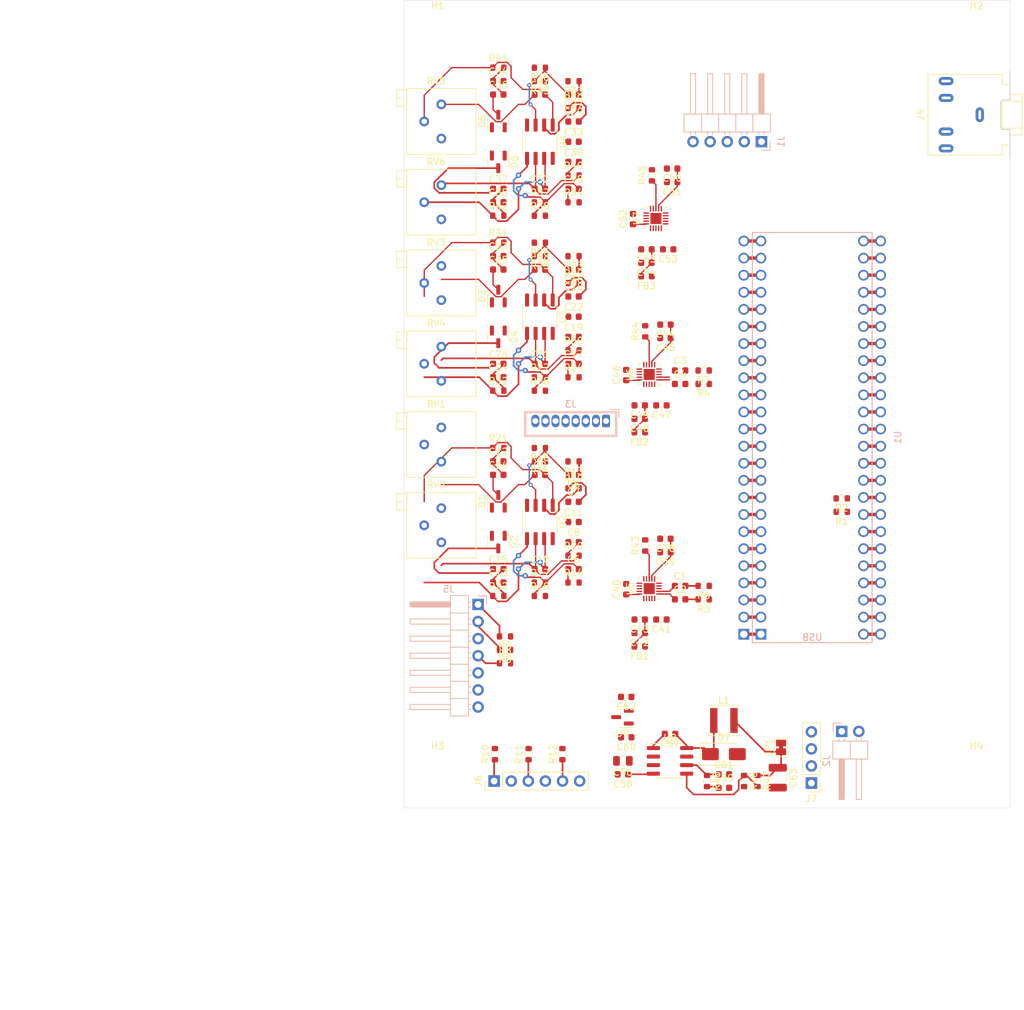
<source format=kicad_pcb>
(kicad_pcb (version 20221018) (generator pcbnew)
  (layers (0 "F.Cu" signal) (1 "In1.Cu" signal) (2 "In2.Cu" signal) (31 "B.Cu" signal) (34 "B.Paste" user) (35 "F.Paste" user) (36 "B.SilkS" user "B.Silkscreen") (37 "F.SilkS" user "F.Silkscreen") (38 "B.Mask" user) (39 "F.Mask" user) (44 "Edge.Cuts" user))
  (net 0 "")
  (net 1 "/pickuppair1/INPUT_1")
  (net 2 "Net-(U2A-+)")
  (net 3 "/pickuppair1/INPUT_2")
  (net 4 "Net-(U2B-+)")
  (net 5 "GND")
  (net 6 "Net-(C3-Pad2)")
  (net 7 "Net-(C4-Pad2)")
  (net 8 "Net-(U2A--)")
  (net 9 "Net-(U2B--)")
  (net 10 "+9V")
  (net 11 "Net-(C10-Pad2)")
  (net 12 "/codec1/LINE_IN_L")
  (net 13 "/codec1/LINE_IN_R")
  (net 14 "/pickuppair2/INPUT_1")
  (net 15 "Net-(U3A-+)")
  (net 16 "/pickuppair2/INPUT_2")
  (net 17 "Net-(U3B-+)")
  (net 18 "Net-(U3A--)")
  (net 19 "Net-(U3B--)")
  (net 20 "+3.3V")
  (net 21 "+1V8")
  (net 22 "Net-(U6-VAG)")
  (net 23 "Net-(U6-VDDA)")
  (net 24 "/codec1/LINE_OUT_R")
  (net 25 "/codec1/LINE_OUT_L")
  (net 26 "/codec2/LINE_OUT_R")
  (net 27 "/codec2/LINE_OUT_L")
  (net 28 "/codec3/LINE_OUT_R")
  (net 29 "/codec3/LINE_OUT_L")
  (net 30 "/codec2/LINE_IN_L")
  (net 31 "/codec2/LINE_IN_R")
  (net 32 "/pickuppair3/INPUT_1")
  (net 33 "Net-(U4A-+)")
  (net 34 "/pickuppair3/INPUT_2")
  (net 35 "Net-(U4B-+)")
  (net 36 "Net-(U4A--)")
  (net 37 "Net-(U4B--)")
  (net 38 "/codec3/LINE_IN_L")
  (net 39 "/codec3/LINE_IN_R")
  (net 45 "/codec1/HEADPHONES_R")
  (net 46 "/codec1/HEADPHONES_GND")
  (net 47 "/codec1/HEADPHONES_L")
  (net 49 "DAC_SDA")
  (net 50 "DAC_SCL")
  (net 51 "Net-(U6-SYS_MCLK)")
  (net 52 "DAC_MCLK")
  (net 53 "unconnected-(U1-GND-Pad1)")
  (net 54 "unconnected-(U1-0_RX1_CRX2_CS1-Pad2)")
  (net 55 "unconnected-(U1-2_OUT2-Pad4)")
  (net 56 "unconnected-(U1-3_LRCLK2-Pad5)")
  (net 57 "unconnected-(U1-4_BCLK2-Pad6)")
  (net 58 "unconnected-(U1-5_IN2-Pad7)")
  (net 59 "CODEC2_DIN")
  (net 60 "CODEC1_DOUT")
  (net 61 "CODEC1_DIN")
  (net 62 "CODEC3_DIN")
  (net 63 "unconnected-(U1-10_CS_MQSR-Pad12)")
  (net 64 "unconnected-(U1-11_MOSI_CTX1-Pad13)")
  (net 65 "unconnected-(U1-12_MISO_MQSL-Pad14)")
  (net 66 "unconnected-(U1-3V3-Pad15)")
  (net 67 "unconnected-(U1-24_A10_TX6_SCL2-Pad16)")
  (net 68 "unconnected-(U1-25_A11_RX6_SDA2-Pad17)")
  (net 69 "unconnected-(U1-26_A12_MOSI1-Pad18)")
  (net 70 "unconnected-(U1-27_A13_SCK1-Pad19)")
  (net 71 "unconnected-(U1-28_RX7-Pad20)")
  (net 72 "unconnected-(U1-29_TX7-Pad21)")
  (net 73 "unconnected-(U1-30_CRX3-Pad22)")
  (net 74 "unconnected-(U1-31_CTX3-Pad23)")
  (net 75 "CODEC2_DOUT")
  (net 76 "unconnected-(U1-33_MCLK2-Pad25)")
  (net 77 "unconnected-(U1-34_RX8-Pad26)")
  (net 78 "unconnected-(U1-35_TX8-Pad27)")
  (net 79 "unconnected-(U1-36_CS-Pad28)")
  (net 80 "unconnected-(U1-37_CS-Pad29)")
  (net 81 "unconnected-(U1-38_CS1_IN1-Pad30)")
  (net 82 "unconnected-(U1-39_MISO1_OUT1A-Pad31)")
  (net 83 "unconnected-(U1-40_A16-Pad32)")
  (net 84 "unconnected-(U1-41_A17-Pad33)")
  (net 85 "unconnected-(U1-GND-Pad34)")
  (net 86 "unconnected-(U1-13_SCK_LED-Pad35)")
  (net 87 "unconnected-(U1-14_A0_TX3_SPDIF_OUT-Pad36)")
  (net 88 "unconnected-(U1-15_A1_RX3_SPDIF_IN-Pad37)")
  (net 89 "unconnected-(U1-16_A2_RX4_SCL1-Pad38)")
  (net 90 "unconnected-(U1-17_A3_TX4_SDA1-Pad39)")
  (net 91 "DAC_LRCLK")
  (net 92 "DAC_BCLK")
  (net 93 "unconnected-(U1-22_A8_CTX1-Pad44)")
  (net 94 "unconnected-(U1-3V3-Pad46)")
  (net 95 "unconnected-(U1-GND-Pad47)")
  (net 96 "unconnected-(U1-VIN-Pad48)")
  (net 97 "/codec3/DAC_DOUT")
  (net 98 "Net-(D7-K)")
  (net 99 "+5V")
  (net 105 "/codec2/HEADPHONES_L")
  (net 106 "/codec2/HEADPHONES_GND")
  (net 107 "/codec2/HEADPHONES_R")
  (net 108 "/codec3/HEADPHONES_L")
  (net 109 "/codec3/HEADPHONES_GND")
  (net 110 "/codec3/HEADPHONES_R")
  (net 111 "Net-(U5-VAG)")
  (net 112 "Net-(U5-VDDA)")
  (net 113 "Net-(U7-VAG)")
  (net 114 "Net-(U7-VDDA)")
  (net 115 "Net-(U8-BOOT)")
  (net 116 "Net-(U8-SS)")
  (net 117 "Net-(U8-COMP)")
  (net 118 "Net-(JP1-A)")
  (net 119 "Net-(U5-SYS_MCLK)")
  (net 120 "Net-(U7-SYS_MCLK)")
  (net 121 "Net-(U8-VSENSE)")
  (net 123 "Net-(C1-Pad2)")
  (net 124 "Net-(C2-Pad2)")
  (net 125 "Net-(C7-Pad2)")
  (net 126 "Net-(C8-Pad2)")
  (net 127 "Net-(C9-Pad2)")
  (net 128 "Net-(C12-Pad1)")
  (net 129 "Net-(C13-Pad1)")
  (net 130 "Net-(C18-Pad2)")
  (net 131 "Net-(C19-Pad2)")
  (net 132 "Net-(C20-Pad2)")
  (net 133 "Net-(C21-Pad2)")
  (net 134 "Net-(C23-Pad1)")
  (net 135 "Net-(C24-Pad1)")
  (net 136 "Net-(C29-Pad2)")
  (net 137 "Net-(C30-Pad2)")
  (net 138 "Net-(C31-Pad2)")
  (net 139 "Net-(C32-Pad2)")
  (net 140 "Net-(C34-Pad1)")
  (net 141 "Net-(C35-Pad1)")
  (net 142 "Net-(C59-Pad1)")
  (net 143 "/MIDI_PIN_4")
  (net 144 "/MIDI_PIN_5")
  (net 147 "Net-(J6-Pin_1)")
  (net 148 "MAIN_OUTPUT")
  (net 149 "Net-(J6-Pin_3)")
  (net 150 "Net-(J6-Pin_5)")
  (net 151 "MIDI_OUT")
  (footprint "Resistor_SMD:R_0603_1608Metric" (layer "F.Cu") (at 114 83)
    (fp_text reference "R32")
    (fp_text value "1k")
  )
  (footprint "Capacitor_SMD:C_0603_1608Metric" (layer "F.Cu") (at 125.175 109.509999)
    (fp_text reference "C6")
    (fp_text value "0.1u")
  )
  (footprint "Resistor_SMD:R_0603_1608Metric" (layer "F.Cu") (at 118.5 137 90)
    (fp_text reference "R11")
    (fp_text value "100R")
  )
  (footprint "Jumper:SolderJumper-2_P1.3mm_Bridged_Pad1.0x1.5mm" (layer "F.Cu") (at 156 136 90)
    (fp_text reference "JP1")
    (fp_text value "Jumper_2_Bridged")
  )
  (footprint "Potentiometer_THT:Potentiometer_Bourns_3296P_Horizontal" (layer "F.Cu") (at 105.54 52.46)
    (fp_text reference "RV6")
    (fp_text value "10k")
  )
  (footprint "Connector_PinHeader_2.54mm:PinHeader_1x06_P2.54mm_Vertical" (layer "F.Cu") (at 113.38 141 90)
    (fp_text reference "J6")
    (fp_text value "OUTPUTS_234")
  )
  (footprint "Capacitor_SMD:C_0603_1608Metric" (layer "F.Cu") (at 139.225 62 180)
    (fp_text reference "C53")
    (fp_text value "0.15uF")
  )
  (footprint "Resistor_SMD:R_0603_1608Metric" (layer "F.Cu") (at 136.82 51 90)
    (fp_text reference "R45")
    (fp_text value "100")
  )
  (footprint "Capacitor_SMD:C_0805_2012Metric" (layer "F.Cu") (at 132.5 138 180)
    (fp_text reference "C56")
    (fp_text value "22uF")
  )
  (footprint "Resistor_SMD:R_0603_1608Metric" (layer "F.Cu") (at 114 57)
    (fp_text reference "R42")
    (fp_text value "1k")
  )
  (footprint "Capacitor_SMD:C_0603_1608Metric" (layer "F.Cu") (at 139.82 52 180)
    (fp_text reference "C51")
    (fp_text value "0.1uF")
  )
  (footprint "Inductor_SMD:L_0603_1608Metric" (layer "F.Cu") (at 136 66 180)
    (fp_text reference "FB3")
    (fp_text value "600")
  )
  (footprint "Resistor_SMD:R_0603_1608Metric" (layer "F.Cu") (at 120.175 93.509999 180)
    (fp_text reference "R15")
    (fp_text value "2M")
  )
  (footprint "Capacitor_SMD:C_0603_1608Metric" (layer "F.Cu") (at 114 111.5)
    (fp_text reference "C13")
    (fp_text value "1n")
  )
  (footprint "Resistor_SMD:R_0603_1608Metric" (layer "F.Cu") (at 115 121.51 180)
    (fp_text reference "R8")
    (fp_text value "47R")
  )
  (footprint "Capacitor_SMD:C_0603_1608Metric" (layer "F.Cu") (at 114 37)
    (fp_text reference "C34")
    (fp_text value "1n")
  )
  (footprint "Capacitor_SMD:C_0603_1608Metric" (layer "F.Cu") (at 114 109.499999)
    (fp_text reference "C15")
    (fp_text value "1u")
  )
  (footprint "Capacitor_SMD:C_0603_1608Metric" (layer "F.Cu") (at 141 80)
    (fp_text reference "C3")
    (fp_text value "1uF")
  )
  (footprint "Capacitor_SMD:C_0603_1608Metric" (layer "F.Cu") (at 120.175 109.509999)
    (fp_text reference "C10")
    (fp_text value "18p")
  )
  (footprint "Capacitor_SMD:C_0603_1608Metric" (layer "F.Cu") (at 125.175 49.009999)
    (fp_text reference "C30")
    (fp_text value "10u")
  )
  (footprint "Resistor_SMD:R_0603_1608Metric" (layer "F.Cu") (at 144.5 112 180)
    (fp_text reference "R6")
    (fp_text value "47k")
  )
  (footprint "Connector_PinHeader_2.54mm:PinHeader_1x04_P2.54mm_Vertical" (layer "F.Cu") (at 160.5 141.3 180)
    (fp_text reference "J7")
    (fp_text value "Battery_Power")
  )
  (footprint "Resistor_SMD:R_0603_1608Metric" (layer "F.Cu") (at 120.175 57.009999)
    (fp_text reference "R38")
    (fp_text value "2M")
  )
  (footprint "Capacitor_SMD:C_0603_1608Metric" (layer "F.Cu") (at 134 57.5 90)
    (fp_text reference "C52")
    (fp_text value "2.2uF")
  )
  (footprint "Capacitor_SMD:C_0603_1608Metric" (layer "F.Cu") (at 125.175 46.009999)
    (fp_text reference "C33")
    (fp_text value "100n")
  )
  (footprint "Resistor_SMD:R_0603_1608Metric" (layer "F.Cu") (at 114 113.5)
    (fp_text reference "R22")
    (fp_text value "1k")
  )
  (footprint "Capacitor_SMD:C_0603_1608Metric" (layer "F.Cu") (at 139.5 134 180)
    (fp_text reference "C57")
    (fp_text value "100nF")
  )
  (footprint "Capacitor_SMD:C_0603_1608Metric" (layer "F.Cu") (at 133 134.5 180)
    (fp_text reference "C60")
    (fp_text value "1u")
  )
  (footprint "Resistor_SMD:R_0603_1608Metric" (layer "F.Cu") (at 120.175 63.009999 180)
    (fp_text reference "R25")
    (fp_text value "2M")
  )
  (footprint "Capacitor_SMD:C_0603_1608Metric" (layer "F.Cu") (at 120.175 65.009998)
    (fp_text reference "C20")
    (fp_text value "18p")
  )
  (footprint "Resistor_SMD:R_0603_1608Metric" (layer "F.Cu") (at 113.5 137 90)
    (fp_text reference "R10")
    (fp_text value "100R")
  )
  (footprint "MountingHole:MountingHole_3.2mm_M3" (layer "F.Cu") (at 105 140)
    (fp_text reference "H3")
    (fp_text value "MountingHole")
  )
  (footprint "Capacitor_SMD:C_1210_3225Metric" (layer "F.Cu") (at 155.5 140.5 -90)
    (fp_text reference "C63")
    (fp_text value "47uF")
  )
  (footprint "Capacitor_SMD:C_0603_1608Metric" (layer "F.Cu") (at 135 85.18 180)
    (fp_text reference "C49")
    (fp_text value "0.1uF")
  )
  (footprint "Resistor_SMD:R_0603_1608Metric" (layer "F.Cu") (at 120.175 61.009999 180)
    (fp_text reference "R26")
    (fp_text value "2M")
  )
  (footprint "Resistor_SMD:R_0603_1608Metric" (layer "F.Cu") (at 120.175 111.509999)
    (fp_text reference "R17")
    (fp_text value "2M")
  )
  (footprint "Potentiometer_THT:Potentiometer_Bourns_3296P_Horizontal" (layer "F.Cu") (at 105.54 76.46)
    (fp_text reference "RV4")
    (fp_text value "10k")
  )
  (footprint "Capacitor_SMD:C_0603_1608Metric" (layer "F.Cu") (at 136 62 180)
    (fp_text reference "C55")
    (fp_text value "0.1uF")
  )
  (footprint "Package_DFN_QFN:QFN-20-1EP_3x3mm_P0.4mm_EP1.65x1.65mm" (layer "F.Cu") (at 136.41 112.41 90)
    (fp_text reference "U5")
    (fp_text value "SGTL5000XNLA3")
  )
  (footprint "Resistor_SMD:R_0603_1608Metric" (layer "F.Cu") (at 120.175 81.009999)
    (fp_text reference "R27")
    (fp_text value "2M")
  )
  (footprint "Resistor_SMD:R_0603_1608Metric" (layer "F.Cu") (at 114 91.5)
    (fp_text reference "R21")
    (fp_text value "1k")
  )
  (footprint "Package_SO:SOIC-8_3.9x4.9mm_P1.27mm" (layer "F.Cu") (at 120.175 46.009999 -90)
    (fp_text reference "U4")
    (fp_text value "TL072")
  )
  (footprint "Capacitor_SMD:C_0603_1608Metric" (layer "F.Cu") (at 125.175 79.009999)
    (fp_text reference "C17")
    (fp_text value "0.1u")
  )
  (footprint "MountingHole:MountingHole_3.2mm_M3" (layer "F.Cu") (at 105 30)
    (fp_text reference "H1")
    (fp_text value "MountingHole")
  )
  (footprint "Resistor_SMD:R_0603_1608Metric" (layer "F.Cu") (at 165 99 180)
    (fp_text reference "R2")
    (fp_text value "2.2k")
  )
  (footprint "Resistor_SMD:R_0603_1608Metric" (layer "F.Cu") (at 125.175 107.509999)
    (fp_text reference "R20")
    (fp_text value "10k")
  )
  (footprint "Package_SO:SOIC-8_3.9x4.9mm_P1.27mm" (layer "F.Cu") (at 120.175 72.009999 -90)
    (fp_text reference "U3")
    (fp_text value "TL072")
  )
  (footprint "Resistor_SMD:R_0603_1608Metric" (layer "F.Cu") (at 125.175 81.009999)
    (fp_text reference "R24")
    (fp_text value "1M")
  )
  (footprint "Capacitor_SMD:C_0603_1608Metric" (layer "F.Cu") (at 125.175 39.009999 180)
    (fp_text reference "C27")
    (fp_text value "0.1u")
  )
  (footprint "Capacitor_SMD:C_0603_1608Metric" (layer "F.Cu") (at 114 52.999999)
    (fp_text reference "C37")
    (fp_text value "1u")
  )
  (footprint "Capacitor_SMD:C_0603_1608Metric" (layer "F.Cu") (at 114 81)
    (fp_text reference "C24")
    (fp_text value "1n")
  )
  (footprint "Capacitor_SMD:C_0603_1608Metric" (layer "F.Cu") (at 133 128.5 180)
    (fp_text reference "C62")
    (fp_text value "1u")
  )
  (footprint "Resistor_SMD:R_0603_1608Metric" (layer "F.Cu") (at 145 141 -90)
    (fp_text reference "R46")
    (fp_text value "50k")
  )
  (footprint "Capacitor_SMD:C_0603_1608Metric" (layer "F.Cu") (at 125.175 105.509999)
    (fp_text reference "C8")
    (fp_text value "10u")
  )
  (footprint "Capacitor_SMD:C_0603_1608Metric" (layer "F.Cu") (at 147.5 142)
    (fp_text reference "C59")
    (fp_text value "1nF")
  )
  (footprint "Potentiometer_THT:Potentiometer_Bourns_3296P_Horizontal" (layer "F.Cu") (at 105.54 88.46)
    (fp_text reference "RV1")
    (fp_text value "10k")
  )
  (footprint "Capacitor_SMD:C_0603_1608Metric" (layer "F.Cu") (at 138.82 75.18 180)
    (fp_text reference "C45")
    (fp_text value "0.1uF")
  )
  (footprint "Resistor_SMD:R_0603_1608Metric" (layer "F.Cu") (at 123.52 137 90)
    (fp_text reference "R12")
    (fp_text value "100R")
  )
  (footprint "Package_TO_SOT_SMD:SOT-23" (layer "F.Cu") (at 132.4375 131.5 180)
    (fp_text reference "U9")
    (fp_text value "AP7313-18SAG")
  )
  (footprint "Potentiometer_THT:Potentiometer_Bourns_3296P_Horizontal" (layer "F.Cu") (at 105.54 64.46)
    (fp_text reference "RV3")
    (fp_text value "10k")
  )
  (footprint "Capacitor_SMD:C_0603_1608Metric" (layer "F.Cu") (at 125.175 95.509999 180)
    (fp_text reference "C5")
    (fp_text value "0.1u")
  )
  (footprint "Capacitor_SMD:C_0603_1608Metric" (layer "F.Cu") (at 114 55)
    (fp_text reference "C35")
    (fp_text value "1n")
  )
  (footprint "Capacitor_SMD:C_0603_1608Metric" (layer "F.Cu") (at 125.175 43.009999)
    (fp_text reference "C29")
    (fp_text value "10u")
  )
  (footprint "Capacitor_SMD:C_0603_1608Metric" (layer "F.Cu") (at 136 64 180)
    (fp_text reference "C54")
    (fp_text value "2.2uF")
  )
  (footprint "Package_TO_SOT_SMD:SOT-23" (layer "F.Cu") (at 114 105.499999 -90)
    (fp_text reference "D2")
    (fp_text value "BAT54S")
  )
  (footprint "Resistor_SMD:R_0603_1608Metric" (layer "F.Cu") (at 120.175 35.009999 180)
    (fp_text reference "R36")
    (fp_text value "2M")
  )
  (footprint "Resistor_SMD:R_0603_1608Metric" (layer "F.Cu") (at 120.175 83.009999)
    (fp_text reference "R28")
    (fp_text value "2M")
  )
  (footprint "Package_DFN_QFN:QFN-20-1EP_3x3mm_P0.4mm_EP1.65x1.65mm" (layer "F.Cu") (at 137.41 57.41 90)
    (fp_text reference "U7")
    (fp_text value "SGTL5000XNLA3")
  )
  (footprint "Capacitor_SMD:C_0603_1608Metric" (layer "F.Cu") (at 138.82 73.18 180)
    (fp_text reference "C44")
    (fp_text value "2.2uF")
  )
  (footprint "Potentiometer_THT:Potentiometer_Bourns_3296P_Horizontal" (layer "F.Cu") (at 105.54 100.46)
    (fp_text reference "RV2")
    (fp_text value "10k")
  )
  (footprint "Resistor_SMD:R_0603_1608Metric" (layer "F.Cu") (at 152.5 141 -90)
    (fp_text reference "R47")
    (fp_text value "10k")
  )
  (footprint "Capacitor_SMD:C_0603_1608Metric" (layer "F.Cu") (at 138.82 107 180)
    (fp_text reference "C39")
    (fp_text value "0.1uF")
  )
  (footprint "Capacitor_SMD:C_0603_1608Metric" (layer "F.Cu") (at 125.175 69.009999)
    (fp_text reference "C18")
    (fp_text value "10u")
  )
  (footprint "Resistor_SMD:R_0603_1608Metric" (layer "F.Cu") (at 135.82 106 90)
    (fp_text reference "R43")
    (fp_text value "100")
  )
  (footprint "Package_TO_SOT_SMD:SOT-23" (layer "F.Cu") (at 114 99.437499 90)
    (fp_text reference "D1")
    (fp_text value "BAT54S")
  )
  (footprint "Capacitor_SMD:C_0603_1608Metric" (layer "F.Cu") (at 114 95.499999)
    (fp_text reference "C14")
    (fp_text value "1u")
  )
  (footprint "Capacitor_SMD:C_0603_1608Metric" (layer "F.Cu") (at 125.175 65.009999 180)
    (fp_text reference "C16")
    (fp_text value "0.1u")
  )
  (footprint "Package_TO_SOT_SMD:SOT-23" (layer "F.Cu") (at 114 48.999999 -90)
    (fp_text reference "D6")
    (fp_text value "BAT54S")
  )
  (footprint "Resistor_SMD:R_0603_1608Metric" (layer "F.Cu") (at 125.175 37.009999 180)
    (fp_text reference "R33")
    (fp_text value "1M")
  )
  (footprint "Capacitor_SMD:C_0603_1608Metric" (layer "F.Cu") (at 138.225 85.18 180)
    (fp_text reference "C47")
    (fp_text value "0.15uF")
  )
  (footprint "Capacitor_SMD:C_0603_1608Metric" (layer "F.Cu") (at 135 119 180)
    (fp_text reference "C42")
    (fp_text value "2.2uF")
  )
  (footprint "Capacitor_SMD:C_0603_1608Metric" (layer "F.Cu") (at 114 63)
    (fp_text reference "C23")
    (fp_text value "1n")
  )
  (footprint "Resistor_SMD:R_0603_1608Metric" (layer "F.Cu") (at 120.175 113.509999)
    (fp_text reference "R18")
    (fp_text value "2M")
  )
  (footprint "Capacitor_SMD:C_0603_1608Metric" (layer "F.Cu") (at 125.175 72.009999)
    (fp_text reference "C22")
    (fp_text value "100n")
  )
  (footprint "Capacitor_SMD:C_0603_1608Metric" (layer "F.Cu") (at 114 64.999999)
    (fp_text reference "C25")
    (fp_text value "1u")
  )
  (footprint "Capacitor_SMD:C_0603_1608Metric" (layer "F.Cu") (at 139.82 50 180)
    (fp_text reference "C50")
    (fp_text value "2.2uF")
  )
  (footprint "Resistor_SMD:R_0603_1608Metric" (layer "F.Cu") (at 120.175 91.509999 180)
    (fp_text reference "R16")
    (fp_text value "2M")
  )
  (footprint "Resistor_SMD:R_0603_1608Metric" (layer "F.Cu") (at 135.82 74.18 90)
    (fp_text reference "R44")
    (fp_text value "100")
  )
  (footprint "Package_DFN_QFN:QFN-20-1EP_3x3mm_P0.4mm_EP1.65x1.65mm" (layer "F.Cu") (at 136.41 80.59 90)
    (fp_text reference "U6")
    (fp_text value "SGTL5000XNLA3")
  )
  (footprint "MountingHole:MountingHole_3.2mm_M3" (layer "F.Cu") (at 185 140)
    (fp_text reference "H4")
    (fp_text value "MountingHole")
  )
  (footprint "Capacitor_SMD:C_0603_1608Metric" (layer "F.Cu") (at 133 80.68 90)
    (fp_text reference "C46")
    (fp_text value "2.2uF")
  )
  (footprint "Capacitor_SMD:C_0603_1608Metric" (layer "F.Cu") (at 120.175 39.009998)
    (fp_text reference "C31")
    (fp_text value "18p")
  )
  (footprint "Inductor_SMD:L_0603_1608Metric" (layer "F.Cu") (at 135 121 180)
    (fp_text reference "FB1")
    (fp_text value "600")
  )
  (footprint "Package_SO:SOIC-8_3.9x4.9mm_P1.27mm" (layer "F.Cu") (at 120.175 102.509999 -90)
    (fp_text reference "U2")
    (fp_text value "TL072")
  )
  (footprint "Package_TO_SOT_SMD:SOT-23" (layer "F.Cu") (at 114 68.937499 90)
    (fp_text reference "D3")
    (fp_text value "BAT54S")
  )
  (footprint "Resistor_SMD:R_0603_1608Metric" (layer "F.Cu") (at 125.175 77.009999)
    (fp_text reference "R30")
    (fp_text value "10k")
  )
  (footprint "Package_SO:SOIC-8_3.9x4.9mm_P1.27mm" (layer "F.Cu") (at 139.5 138)
    (fp_text reference "U8")
    (fp_text value "TPS54331DR")
  )
  (footprint "Capacitor_SMD:C_0603_1608Metric" (layer "F.Cu") (at 133 112.5 90)
    (fp_text reference "C40")
    (fp_text value "2.2uF")
  )
  (footprint "Potentiometer_THT:Potentiometer_Bourns_3296P_Horizontal" (layer "F.Cu") (at 105.54 40.46)
    (fp_text reference "RV5")
    (fp_text value "10k")
  )
  (footprint "MountingHole:MountingHole_3.2mm_M3" (layer "F.Cu") (at 185 30)
    (fp_text reference "H2")
    (fp_text value "MountingHole")
  )
  (footprint "Package_TO_SOT_SMD:SOT-23" (layer "F.Cu") (at 114 42.937499 90)
    (fp_text reference "D5")
    (fp_text value "BAT54S")
  )
  (footprint "Capacitor_SMD:C_0603_1608Metric" (layer "F.Cu") (at 135 117 180)
    (fp_text reference "C43")
    (fp_text value "0.1uF")
  )
  (footprint "Capacitor_SMD:C_0603_1608Metric" (layer "F.Cu") (at 120.175 79.009999)
    (fp_text reference "C21")
    (fp_text value "18p")
  )
  (footprint "Resistor_SMD:R_0603_1608Metric" (layer "F.Cu") (at 120.175 37.009999 180)
    (fp_text reference "R35")
    (fp_text value "2M")
  )
  (footprint "Resistor_SMD:R_0603_1608Metric" (layer "F.Cu") (at 144.5 80 180)
    (fp_text reference "R7")
    (fp_text value "47k")
  )
  (footprint "Resistor_SMD:R_0603_1608Metric" (layer "F.Cu") (at 115 119.51 180)
    (fp_text reference "R5")
    (fp_text value "47R")
  )
  (footprint "Resistor_SMD:R_0603_1608Metric" (layer "F.Cu") (at 115 123.5)
    (fp_text reference "R9")
    (fp_text value "100R")
  )
  (footprint "Resistor_SMD:R_0603_1608Metric" (layer "F.Cu") (at 125.175 55.009999)
    (fp_text reference "R34")
    (fp_text value "1M")
  )
  (footprint "Capacitor_SMD:C_0603_1608Metric" (layer "F.Cu") (at 141 82)
    (fp_text reference "C4")
    (fp_text value "1uF")
  )
  (footprint "Capacitor_SMD:C_0603_1608Metric" (layer "F.Cu") (at 125.175 53.009999)
    (fp_text reference "C28")
    (fp_text value "0.1u")
  )
  (footprint "Resistor_SMD:R_0603_1608Metric" (layer "F.Cu") (at 144.5 114 180)
    (fp_text reference "R3")
    (fp_text value "47k")
  )
  (footprint "Package_TO_SOT_SMD:SOT-23" (layer "F.Cu") (at 114 74.999999 -90)
    (fp_text reference "D4")
    (fp_text value "BAT54S")
  )
  (footprint "Resistor_SMD:R_0603_1608Metric" (layer "F.Cu") (at 120.175 55.009999)
    (fp_text reference "R37")
    (fp_text value "2M")
  )
  (footprint "Capacitor_SMD:C_0603_1608Metric" (layer "F.Cu") (at 120.175 95.509998)
    (fp_text reference "C9")
    (fp_text value "18p")
  )
  (footprint "Capacitor_SMD:C_0603_1608Metric" (layer "F.Cu") (at 114 93.5)
    (fp_text reference "C12")
    (fp_text value "1n")
  )
  (footprint "Resistor_SMD:R_0603_1608Metric" (layer "F.Cu") (at 125.175 111.509999)
    (fp_text reference "R14")
    (fp_text value "1M")
  )
  (footprint "Resistor_SMD:R_0603_1608Metric" (layer "F.Cu") (at 125.175 97.509999)
    (fp_text reference "R19")
    (fp_text value "10k")
  )
  (footprint "Inductor_SMD:L_0603_1608Metric" (layer "F.Cu") (at 135 89.18 180)
    (fp_text reference "FB2")
    (fp_text value "600")
  )
  (footprint "Resistor_SMD:R_0603_1608Metric" (layer "F.Cu") (at 125.175 63.009999 180)
    (fp_text reference "R23")
    (fp_text value "1M")
  )
  (footprint "Resistor_SMD:R_0603_1608Metric" (layer "F.Cu") (at 144.5 82 180)
    (fp_text reference "R4")
    (fp_text value "47k")
  )
  (footprint "Capacitor_SMD:C_0603_1608Metric" (layer "F.Cu") (at 147.5 140)
    (fp_text reference "C61")
    (fp_text value "10pF")
  )
  (footprint "Capacitor_SMD:C_0603_1608Metric" (layer "F.Cu") (at 114 78.999999)
    (fp_text reference "C26")
    (fp_text value "1u")
  )
  (footprint "Resistor_SMD:R_0603_1608Metric" (layer "F.Cu") (at 125.175 67.009999)
    (fp_text reference "R29")
    (fp_text value "10k")
  )
  (footprint "Capacitor_SMD:C_0603_1608Metric" (layer "F.Cu") (at 125.175 75.009999)
    (fp_text reference "C19")
    (fp_text value "10u")
  )
  (footprint "Capacitor_SMD:C_0603_1608Metric" (layer "F.Cu") (at 141 114)
    (fp_text reference "C2")
    (fp_text value "1uF")
  )
  (footprint "Resistor_SMD:R_0603_1608Metric" (layer "F.Cu") (at 114 61)
    (fp_text reference "R31")
    (fp_text value "1k")
  )
  (footprint "Capacitor_SMD:C_0603_1608Metric" (layer "F.Cu") (at 132.5 140 180)
    (fp_text reference "C58")
    (fp_text value "10nF")
  )
  (footprint "Resistor_SMD:R_0603_1608Metric" (layer "F.Cu") (at 125.175 51.009999)
    (fp_text reference "R40")
    (fp_text value "10k")
  )
  (footprint "Connector_Audio:Jack_3.5mm_CUI_SJ1-3525N_Horizontal" (layer "F.Cu") (at 185.5 42 90)
    (fp_text reference "J4")
    (fp_text value "AudioJack3_SwitchTR")
    (fp_line (start -2.2 3.5) (end -2.2 4.5) (stroke (width 0.12)) (layer "Edge.Cuts"))
    (fp_line (start -2.2 4.5) (end -6.5 4.5) (stroke (width 0.12)) (layer "Edge.Cuts"))
    (fp_line (start 1.8 3.1) (end -1.8 3.1) (stroke (width 0.12)) (layer "Edge.Cuts"))
    (fp_line (start 2.2 3.5) (end 2.2 4.5) (stroke (width 0.12)) (layer "Edge.Cuts"))
    (fp_line (start 2.2 4.5) (end 6.5 4.5) (stroke (width 0.12)) (layer "Edge.Cuts"))
    (fp_arc (start -2.2 3.5) (mid -2.082842 3.217158) (end -1.8 3.1) (stroke (width 0.12)) (layer "Edge.Cuts"))
    (fp_arc (start 1.8 3.1) (mid 2.082843 3.217157) (end 2.2 3.5) (stroke (width 0.12)) (layer "Edge.Cuts"))
  )
  (footprint "Capacitor_SMD:C_0603_1608Metric" (layer "F.Cu") (at 138.225 117 180)
    (fp_text reference "C41")
    (fp_text value "0.15uF")
  )
  (footprint "Resistor_SMD:R_0603_1608Metric" (layer "F.Cu") (at 125.175 93.509999 180)
    (fp_text reference "R13")
    (fp_text value "1M")
  )
  (footprint "Resistor_SMD:R_0603_1608Metric" (layer "F.Cu") (at 165 101 180)
    (fp_text reference "R1")
    (fp_text value "2.2k")
  )
  (footprint "Capacitor_SMD:C_0603_1608Metric" (layer "F.Cu") (at 120.175 53.009999)
    (fp_text reference "C32")
    (fp_text value "18p")
  )
  (footprint "Capacitor_SMD:C_0603_1608Metric" (layer "F.Cu") (at 138.82 105 180)
    (fp_text reference "C38")
    (fp_text value "2.2uF")
  )
  (footprint "Capacitor_SMD:C_0603_1608Metric" (layer "F.Cu") (at 135 87.18 180)
    (fp_text reference "C48")
    (fp_text value "2.2uF")
  )
  (footprint "Capacitor_SMD:C_0603_1608Metric" (layer "F.Cu") (at 125.175 99.509999)
    (fp_text reference "C7")
    (fp_text value "10u")
  )
  (footprint "Resistor_SMD:R_0603_1608Metric" (layer "F.Cu") (at 150.5 141 -90)
    (fp_text reference "R48")
    (fp_text value "1.8k")
  )
  (footprint "Diode_SMD:D_SMA" (layer "F.Cu") (at 147.5 137)
    (fp_text reference "D7")
    (fp_text value "B340A")
  )
  (footprint "Capacitor_SMD:C_0603_1608Metric" (layer "F.Cu") (at 114 38.999999)
    (fp_text reference "C36")
    (fp_text value "1u")
  )
  (footprint "Resistor_SMD:R_0603_1608Metric" (layer "F.Cu") (at 114 35)
    (fp_text reference "R41")
    (fp_text value "1k")
  )
  (footprint "Capacitor_SMD:C_0603_1608Metric" (layer "F.Cu") (at 125.175 102.509999)
    (fp_text reference "C11")
    (fp_text value "100n")
  )
  (footprint "Capacitor_SMD:C_0603_1608Metric" (layer "F.Cu") (at 141 112)
    (fp_text reference "C1")
    (fp_text value "1uF")
  )
  (footprint "Resistor_SMD:R_0603_1608Metric" (layer "F.Cu") (at 125.175 41.009999)
    (fp_text reference "R39")
    (fp_text value "10k")
  )
  (footprint "Inductor_SMD:L_Changjiang_FNR4020S" (layer "F.Cu") (at 147.5 132)
    (fp_text reference "L1")
    (fp_text value "6.8uH")
  )
  (footprint "Connector_PinHeader_2.54mm:PinHeader_1x07_P2.54mm_Horizontal" (layer "B.Cu") (at 111 114.76 180)
    (fp_text reference "J5")
    (fp_text value "External_connections")
  )
  (footprint "Connector_Wuerth:Wuerth_WR-WTB_64800811622_1x08_P1.50mm_Vertical" (layer "B.Cu") (at 130 87.5 180)
    (fp_text reference "J3")
    (fp_text value "Conn_01x08_Socket")
  )
  (footprint "Connector_PinHeader_2.54mm:PinHeader_1x02_P2.54mm_Horizontal" (layer "B.Cu") (at 165 133.625 -90)
    (fp_text reference "J2")
    (fp_text value "BRIDGE_GROUND")
  )
  (footprint "bjarkarbody:Teensy41_breakout" (layer "B.Cu") (at 160.62 89.97 90)
    (fp_text reference "U1")
    (fp_text value "Teensy4.1")
  )
  (footprint "Connector_PinHeader_2.54mm:PinHeader_1x05_P2.54mm_Horizontal" (layer "B.Cu") (at 153.08 46 90)
    (fp_text reference "J1")
    (fp_text value "FRETBOARD_CONNECTION")
  )
  (gr_line (start 190 25) (end 190 35.5) (stroke (width 0.05)) (layer "Edge.Cuts"))
  (gr_line (start 100 145) (end 100 25) (stroke (width 0.05)) (layer "Edge.Cuts"))
  (gr_line (start 190 48.5) (end 190 145) (stroke (width 0.05)) (layer "Edge.Cuts"))
  (gr_line (start 190 145) (end 100 145) (stroke (width 0.05)) (layer "Edge.Cuts"))
  (gr_line (start 100 25) (end 190 25) (stroke (width 0.05)) (layer "Edge.Cuts"))
  (segment (start 126 95.459999) (end 125.95 95.509999) (width 0.25) (layer "F.Cu") (net 1))
  (segment (start 126 93.509999) (end 126 95.459999) (width 0.25) (layer "F.Cu") (net 1))
  (segment (start 121 91.859999) (end 119.35 93.509999) (width 0.2) (layer "F.Cu") (net 2))
  (segment (start 121 91.509999) (end 121 91.859999) (width 0.2) (layer "F.Cu") (net 2))
  (segment (start 121 91.509999) (end 121 92.109999) (width 0.2) (layer "F.Cu") (net 2))
  (segment (start 119.54 100.034999) (end 119.54 97.74) (width 0.2) (layer "F.Cu") (net 2))
  (segment (start 118.759999 94.1) (end 119.35 93.509999) (width 0.2) (layer "F.Cu") (net 2))
  (segment (start 121 92.109999) (end 124.4 95.509999) (width 0.2) (layer "F.Cu") (net 2))
  (segment (start 119.54 97.74) (end 118.8 97) (width 0.2) (layer "F.Cu") (net 2))
  (segment (start 118.6 94.1) (end 118.759999 94.1) (width 0.2) (layer "F.Cu") (net 2))
  (via (at 118.8 97) (size 0.6) (drill 0.3) (layers "F.Cu" "B.Cu") (net 2))
  (via (at 118.6 94.1) (size 0.6) (drill 0.3) (layers "F.Cu" "B.Cu") (net 2))
  (segment (start 118.8 97) (end 118.6 96.8) (width 0.2) (layer "B.Cu") (net 2))
  (segment (start 118.6 96.8) (end 118.6 94.1) (width 0.2) (layer "B.Cu") (net 2))
  (segment (start 124.35 109.559999) (end 124.4 109.509999) (width 0.2) (layer "F.Cu") (net 3))
  (segment (start 124.35 111.509999) (end 124.35 109.559999) (width 0.2) (layer "F.Cu") (net 3))
  (segment (start 119.35 113.159999) (end 121 111.509999) (width 0.25) (layer "F.Cu") (net 4))
  (segment (start 118.27 106.23) (end 117 107.5) (width 0.25) (layer "F.Cu") (net 4))
  (segment (start 125.175 108.734999) (end 125.95 109.509999) (width 0.2) (layer "F.Cu") (net 4))
  (segment (start 118 110.5) (end 118.209999 110.709999) (width 0.25) (layer "F.Cu") (net 4))
  (segment (start 123.775 108.734999) (end 125.175 108.734999) (width 0.2) (layer "F.Cu") (net 4))
  (segment (start 120.225 110.734999) (end 121 111.509999) (width 0.2) (layer "F.Cu") (net 4))
  (segment (start 118.209999 110.709999) (end 119.407538 110.709999) (width 0.25) (layer "F.Cu") (net 4))
  (segment (start 118.27 104.984999) (end 118.27 106.23) (width 0.25) (layer "F.Cu") (net 4))
  (segment (start 121 111.509999) (end 123.775 108.734999) (width 0.2) (layer "F.Cu") (net 4))
  (segment (start 119.407538 110.734999) (end 120.225 110.734999) (width 0.2) (layer "F.Cu") (net 4))
  (segment (start 119.35 113.509999) (end 119.35 113.159999) (width 0.25) (layer "F.Cu") (net 4))
  (via (at 117 107.5) (size 0.8) (drill 0.4) (layers "F.Cu" "B.Cu") (net 4))
  (via (at 118 110.5) (size 0.8) (drill 0.4) (layers "F.Cu" "B.Cu") (net 4))
  (segment (start 117 107.5) (end 116.275 108.225) (width 0.25) (layer "B.Cu") (net 4))
  (segment (start 116.275 108.225) (end 116.275 109.800305) (width 0.25) (layer "B.Cu") (net 4))
  (segment (start 116.974695 110.5) (end 118 110.5) (width 0.25) (layer "B.Cu") (net 4))
  (segment (start 116.275 109.800305) (end 116.974695 110.5) (width 0.25) (layer "B.Cu") (net 4))
  (segment (start 123 100.76175) (end 123 99.657182) (width 0.25) (layer "F.Cu") (net 8))
  (segment (start 125.009999 98.5) (end 126 97.509999) (width 0.25) (layer "F.Cu") (net 8))
  (segment (start 114.413604 99.537499) (end 116.991103 96.96) (width 0.2) (layer "F.Cu") (net 8))
  (segment (start 113.663604 99.537499) (end 114.413604 99.537499) (width 0.2) (layer "F.Cu") (net 8))
  (segment (start 105.54 96.96) (end 111.086105 96.96) (width 0.2) (layer "F.Cu") (net 8))
  (segment (start 116.991103 96.96) (end 117.949998 96.96) (width 0.2) (layer "F.Cu") (net 8))
  (segment (start 122.426751 101.334999) (end 123 100.76175) (width 0.25) (layer "F.Cu") (net 8))
  (segment (start 117.949998 96.96) (end 119.4 95.509998) (width 0.2) (layer "F.Cu") (net 8))
  (segment (start 123 99.657182) (end 124.157182 98.5) (width 0.25) (layer "F.Cu") (net 8))
  (segment (start 111.086105 96.96) (end 113.663604 99.537499) (width 0.2) (layer "F.Cu") (net 8))
  (segment (start 120.81 100.034999) (end 120.81 100.41175) (width 0.25) (layer "F.Cu") (net 8))
  (segment (start 120.81 100.41175) (end 121.733249 101.334999) (width 0.25) (layer "F.Cu") (net 8))
  (segment (start 121.733249 101.334999) (end 122.426751 101.334999) (width 0.25) (layer "F.Cu") (net 8))
  (segment (start 124.157182 98.5) (end 125.009999 98.5) (width 0.25) (layer "F.Cu") (net 8))
  (segment (start 123.392462 108.284999) (end 121.392462 110.284999) (width 0.2) (layer "F.Cu") (net 9))
  (segment (start 126 107.509999) (end 125.225 108.284999) (width 0.2) (layer "F.Cu") (net 9))
  (segment (start 119.4 109.509999) (end 119.54 109.369999) (width 0.2) (layer "F.Cu") (net 9))
  (segment (start 105.800001 108.699999) (end 118.59 108.699999) (width 0.25) (layer "F.Cu") (net 9))
  (segment (start 121.392462 110.284999) (end 120.175 110.284999) (width 0.2) (layer "F.Cu") (net 9))
  (segment (start 118.59 108.699999) (end 119.4 109.509999) (width 0.25) (layer "F.Cu") (net 9))
  (segment (start 119.54 109.369999) (end 119.54 104.984999) (width 0.2) (layer "F.Cu") (net 9))
  (segment (start 105.54 108.96) (end 105.800001 108.699999) (width 0.25) (layer "F.Cu") (net 9))
  (segment (start 120.175 110.284999) (end 119.4 109.509999) (width 0.2) (layer "F.Cu") (net 9))
  (segment (start 125.225 108.284999) (end 123.392462 108.284999) (width 0.2) (layer "F.Cu") (net 9))
  (segment (start 120.95 105.124999) (end 120.81 104.984999) (width 0.2) (layer "F.Cu") (net 11))
  (segment (start 120.2395 108.5) (end 120.2395 108.799499) (width 0.25) (layer "F.Cu") (net 11))
  (segment (start 111.175 111.5) (end 103 111.5) (width 0.25) (layer "F.Cu") (net 11))
  (segment (start 120.2395 108.799499) (end 120.95 109.509999) (width 0.25) (layer "F.Cu") (net 11))
  (segment (start 113.175 113.5) (end 113.984999 114.309999) (width 0.25) (layer "F.Cu") (net 11))
  (segment (start 120.95 109.509999) (end 120.95 105.124999) (width 0.2) (layer "F.Cu") (net 11))
  (segment (start 117 112.542462) (end 117 109.5) (width 0.25) (layer "F.Cu") (net 11))
  (segment (start 115.232463 114.309999) (end 117 112.542462) (width 0.25) (layer "F.Cu") (net 11))
  (segment (start 113.984999 114.309999) (end 115.232463 114.309999) (width 0.25) (layer "F.Cu") (net 11))
  (segment (start 113.175 113.5) (end 111.175 111.5) (width 0.25) (layer "F.Cu") (net 11))
  (via (at 117 109.5) (size 0.8) (drill 0.4) (layers "F.Cu" "B.Cu") (net 11))
  (via (at 120.2395 108.5) (size 0.8) (drill 0.4) (layers "F.Cu" "B.Cu") (net 11))
  (segment (start 118 108.5) (end 120.2395 108.5) (width 0.25) (layer "B.Cu") (net 11))
  (segment (start 117 109.5) (end 118 108.5) (width 0.25) (layer "B.Cu") (net 11))
  (segment (start 113.225 97.724999) (end 114 98.499999) (width 0.2) (layer "F.Cu") (net 12))
  (segment (start 113.225 95.499999) (end 113.225 97.724999) (width 0.2) (layer "F.Cu") (net 12))
  (segment (start 105.202146 110.1) (end 112.624999 110.1) (width 0.25) (layer "F.Cu") (net 13))
  (segment (start 104.495 108.527146) (end 104.495 109.392854) (width 0.25) (layer "F.Cu") (net 13))
  (segment (start 104.495 109.392854) (end 105.202146 110.1) (width 0.25) (layer "F.Cu") (net 13))
  (segment (start 106.584647 106.437499) (end 104.495 108.527146) (width 0.25) (layer "F.Cu") (net 13))
  (segment (start 114 106.437499) (end 106.584647 106.437499) (width 0.25) (layer "F.Cu") (net 13))
  (segment (start 112.624999 110.1) (end 113.225 109.499999) (width 0.25) (layer "F.Cu") (net 13))
  (segment (start 126 64.959999) (end 125.95 65.009999) (width 0.25) (layer "F.Cu") (net 14))
  (segment (start 126 63.009999) (end 126 64.959999) (width 0.25) (layer "F.Cu") (net 14))
  (segment (start 121 61.359999) (end 119.35 63.009999) (width 0.2) (layer "F.Cu") (net 15))
  (segment (start 121 61.009999) (end 121 61.609999) (width 0.2) (layer "F.Cu") (net 15))
  (segment (start 119.54 67.24) (end 118.8 66.5) (width 0.2) (layer "F.Cu") (net 15))
  (segment (start 119.54 69.534999) (end 119.54 67.24) (width 0.2) (layer "F.Cu") (net 15))
  (segment (start 121 61.009999) (end 121 61.359999) (width 0.2) (layer "F.Cu") (net 15))
  (segment (start 118.759999 63.6) (end 119.35 63.009999) (width 0.2) (layer "F.Cu") (net 15))
  (segment (start 121 61.609999) (end 124.4 65.009999) (width 0.2) (layer "F.Cu") (net 15))
  (segment (start 118.6 63.6) (end 118.759999 63.6) (width 0.2) (layer "F.Cu") (net 15))
  (via (at 118.8 66.5) (size 0.6) (drill 0.3) (layers "F.Cu" "B.Cu") (net 15))
  (via (at 118.6 63.6) (size 0.6) (drill 0.3) (layers "F.Cu" "B.Cu") (net 15))
  (segment (start 118.8 66.5) (end 118.6 66.3) (width 0.2) (layer "B.Cu") (net 15))
  (segment (start 118.6 66.3) (end 118.6 63.6) (width 0.2) (layer "B.Cu") (net 15))
  (segment (start 124.35 79.059999) (end 124.4 79.009999) (width 0.2) (layer "F.Cu") (net 16))
  (segment (start 124.35 81.009999) (end 124.35 79.059999) (width 0.2) (layer "F.Cu") (net 16))
  (segment (start 120.225 80.234999) (end 121 81.009999) (width 0.2) (layer "F.Cu") (net 17))
  (segment (start 119.35 83.009999) (end 119.35 82.659999) (width 0.25) (layer "F.Cu") (net 17))
  (segment (start 119.407538 80.234999) (end 120.225 80.234999) (width 0.2) (layer "F.Cu") (net 17))
  (segment (start 118.27 75.73) (end 117 77) (width 0.25) (layer "F.Cu") (net 17))
  (segment (start 123.775 78.234999) (end 125.175 78.234999) (width 0.2) (layer "F.Cu") (net 17))
  (segment (start 125.175 78.234999) (end 125.95 79.009999) (width 0.2) (layer "F.Cu") (net 17))
  (segment (start 118.209999 80.209999) (end 119.407538 80.209999) (width 0.25) (layer "F.Cu") (net 17))
  (segment (start 119.35 82.659999) (end 121 81.009999) (width 0.25) (layer "F.Cu") (net 17))
  (segment (start 121 81.009999) (end 123.775 78.234999) (width 0.2) (layer "F.Cu") (net 17))
  (segment (start 118 80) (end 118.209999 80.209999) (width 0.25) (layer "F.Cu") (net 17))
  (segment (start 118.27 74.484999) (end 118.27 75.73) (width 0.25) (layer "F.Cu") (net 17))
  (via (at 117 77) (size 0.8) (drill 0.4) (layers "F.Cu" "B.Cu") (net 17))
  (via (at 118 80) (size 0.8) (drill 0.4) (layers "F.Cu" "B.Cu") (net 17))
  (segment (start 117 77) (end 116.275 77.725) (width 0.25) (layer "B.Cu") (net 17))
  (segment (start 116.275 79.300305) (end 116.974695 80) (width 0.25) (layer "B.Cu") (net 17))
  (segment (start 116.974695 80) (end 118 80) (width 0.25) (layer "B.Cu") (net 17))
  (segment (start 116.275 77.725) (end 116.275 79.300305) (width 0.25) (layer "B.Cu") (net 17))
  (segment (start 120.81 69.91175) (end 121.733249 70.834999) (width 0.25) (layer "F.Cu") (net 18))
  (segment (start 125.009999 68) (end 126 67.009999) (width 0.25) (layer "F.Cu") (net 18))
  (segment (start 123 70.26175) (end 123 69.157182) (width 0.25) (layer "F.Cu") (net 18))
  (segment (start 111.086105 66.46) (end 113.663604 69.037499) (width 0.2) (layer "F.Cu") (net 18))
  (segment (start 105.54 66.46) (end 111.086105 66.46) (width 0.2) (layer "F.Cu") (net 18))
  (segment (start 121.733249 70.834999) (end 122.426751 70.834999) (width 0.25) (layer "F.Cu") (net 18))
  (segment (start 114.413604 69.037499) (end 116.991103 66.46) (width 0.2) (layer "F.Cu") (net 18))
  (segment (start 117.949998 66.46) (end 119.4 65.009998) (width 0.2) (layer "F.Cu") (net 18))
  (segment (start 123 69.157182) (end 124.157182 68) (width 0.25) (layer "F.Cu") (net 18))
  (segment (start 120.81 69.534999) (end 120.81 69.91175) (width 0.25) (layer "F.Cu") (net 18))
  (segment (start 122.426751 70.834999) (end 123 70.26175) (width 0.25) (layer "F.Cu") (net 18))
  (segment (start 113.663604 69.037499) (end 114.413604 69.037499) (width 0.2) (layer "F.Cu") (net 18))
  (segment (start 116.991103 66.46) (end 117.949998 66.46) (width 0.2) (layer "F.Cu") (net 18))
  (segment (start 124.157182 68) (end 125.009999 68) (width 0.25) (layer "F.Cu") (net 18))
  (segment (start 105.800001 78.199999) (end 118.59 78.199999) (width 0.25) (layer "F.Cu") (net 19))
  (segment (start 121.392462 79.784999) (end 120.175 79.784999) (width 0.2) (layer "F.Cu") (net 19))
  (segment (start 120.175 79.784999) (end 119.4 79.009999) (width 0.2) (layer "F.Cu") (net 19))
  (segment (start 105.54 78.46) (end 105.800001 78.199999) (width 0.25) (layer "F.Cu") (net 19))
  (segment (start 123.392462 77.784999) (end 121.392462 79.784999) (width 0.2) (layer "F.Cu") (net 19))
  (segment (start 126 77.009999) (end 125.225 77.784999) (width 0.2) (layer "F.Cu") (net 19))
  (segment (start 119.4 79.009999) (end 119.54 78.869999) (width 0.2) (layer "F.Cu") (net 19))
  (segment (start 118.59 78.199999) (end 119.4 79.009999) (width 0.25) (layer "F.Cu") (net 19))
  (segment (start 119.54 78.869999) (end 119.54 74.484999) (width 0.2) (layer "F.Cu") (net 19))
  (segment (start 125.225 77.784999) (end 123.392462 77.784999) (width 0.2) (layer "F.Cu") (net 19))
  (segment (start 139.595 107.655025) (end 139.595 107) (width 0.2) (layer "F.Cu") (net 20))
  (segment (start 140.595 52) (end 140.595 50) (width 0.2) (layer "F.Cu") (net 20))
  (segment (start 139.595 75.18) (end 139.595 73.18) (width 0.2) (layer "F.Cu") (net 20))
  (segment (start 136.81 110.440025) (end 139.595 107.655025) (width 0.2) (layer "F.Cu") (net 20))
  (segment (start 136.81 79.14) (end 136.81 78.620025) (width 0.2) (layer "F.Cu") (net 20))
  (segment (start 140.595 52.655025) (end 140.595 52) (width 0.2) (layer "F.Cu") (net 20))
  (segment (start 139.595 75.835025) (end 139.595 75.18) (width 0.2) (layer "F.Cu") (net 20))
  (segment (start 137.81 55.440025) (end 140.595 52.655025) (width 0.2) (layer "F.Cu") (net 20))
  (segment (start 139.595 107) (end 139.595 105) (width 0.2) (layer "F.Cu") (net 20))
  (segment (start 136.81 78.620025) (end 139.595 75.835025) (width 0.2) (layer "F.Cu") (net 20))
  (segment (start 136.81 110.96) (end 136.81 110.440025) (width 0.2) (layer "F.Cu") (net 20))
  (segment (start 137.81 55.96) (end 137.81 55.440025) (width 0.2) (layer "F.Cu") (net 20))
  (segment (start 135.895 58.275) (end 135.96 58.21) (width 0.2) (layer "F.Cu") (net 21))
  (segment (start 134.895 81.455) (end 134.96 81.39) (width 0.2) (layer "F.Cu") (net 21))
  (segment (start 133 113.275) (end 134.895 113.275) (width 0.2) (layer "F.Cu") (net 21))
  (segment (start 133 81.455) (end 134.895 81.455) (width 0.2) (layer "F.Cu") (net 21))
  (segment (start 134 58.275) (end 135.895 58.275) (width 0.2) (layer "F.Cu") (net 21))
  (segment (start 134.895 113.275) (end 134.96 113.21) (width 0.2) (layer "F.Cu") (net 21))
  (segment (start 134.2125 89.18) (end 134.2125 88.7425) (width 0.2) (layer "F.Cu") (net 23))
  (segment (start 134.2125 88.7425) (end 135.775 87.18) (width 0.2) (layer "F.Cu") (net 23))
  (segment (start 135.775 87.18) (end 135.775 85.18) (width 0.2) (layer "F.Cu") (net 23))
  (segment (start 139.435 113.21) (end 140.225 114) (width 0.2) (layer "F.Cu") (net 24))
  (segment (start 137.86 113.21) (end 139.435 113.21) (width 0.2) (layer "F.Cu") (net 24))
  (segment (start 137.86 112.81) (end 139.415 112.81) (width 0.2) (layer "F.Cu") (net 25))
  (segment (start 139.415 112.81) (end 140.225 112) (width 0.2) (layer "F.Cu") (net 25))
  (segment (start 137.86 81.39) (end 139.435 81.39) (width 0.2) (layer "F.Cu") (net 26))
  (segment (start 137.86 80.99) (end 139.415 80.99) (width 0.2) (layer "F.Cu") (net 27))
  (segment (start 113.225 64.999999) (end 113.225 67.224999) (width 0.2) (layer "F.Cu") (net 30))
  (segment (start 113.225 67.224999) (end 114 67.999999) (width 0.2) (layer "F.Cu") (net 30))
  (segment (start 112.624999 79.6) (end 113.225 78.999999) (width 0.25) (layer "F.Cu") (net 31))
  (segment (start 105.202146 79.6) (end 112.624999 79.6) (width 0.25) (layer "F.Cu") (net 31))
  (segment (start 104.495 78.892854) (end 105.202146 79.6) (width 0.25) (layer "F.Cu") (net 31))
  (segment (start 106.584647 75.937499) (end 104.495 78.027146) (width 0.25) (layer "F.Cu") (net 31))
  (segment (start 104.495 78.027146) (end 104.495 78.892854) (width 0.25) (layer "F.Cu") (net 31))
  (segment (start 114 75.937499) (end 106.584647 75.937499) (width 0.25) (layer "F.Cu") (net 31))
  (segment (start 126 38.959999) (end 125.95 39.009999) (width 0.25) (layer "F.Cu") (net 32))
  (segment (start 126 37.009999) (end 126 38.959999) (width 0.25) (layer "F.Cu") (net 32))
  (segment (start 118.6 37.6) (end 118.759999 37.6) (width 0.2) (layer "F.Cu") (net 33))
  (segment (start 121 35.609999) (end 124.4 39.009999) (width 0.2) (layer "F.Cu") (net 33))
  (segment (start 119.54 41.24) (end 118.8 40.5) (width 0.2) (layer "F.Cu") (net 33))
  (segment (start 118.759999 37.6) (end 119.35 37.009999) (width 0.2) (layer "F.Cu") (net 33))
  (segment (start 121 35.009999) (end 121 35.609999) (width 0.2) (layer "F.Cu") (net 33))
  (segment (start 121 35.359999) (end 119.35 37.009999) (width 0.2) (layer "F.Cu") (net 33))
  (segment (start 121 35.009999) (end 121 35.359999) (width 0.2) (layer "F.Cu") (net 33))
  (segment (start 119.54 43.534999) (end 119.54 41.24) (width 0.2) (layer "F.Cu") (net 33))
  (via (at 118.6 37.6) (size 0.6) (drill 0.3) (layers "F.Cu" "B.Cu") (net 33))
  (via (at 118.8 40.5) (size 0.6) (drill 0.3) (layers "F.Cu" "B.Cu") (net 33))
  (segment (start 118.8 40.5) (end 118.6 40.3) (width 0.2) (layer "B.Cu") (net 33))
  (segment (start 118.6 40.3) (end 118.6 37.6) (width 0.2) (layer "B.Cu") (net 33))
  (segment (start 124.35 53.059999) (end 124.4 53.009999) (width 0.2) (layer "F.Cu") (net 34))
  (segment (start 124.35 55.009999) (end 124.35 53.059999) (width 0.2) (layer "F.Cu") (net 34))
  (segment (start 118 54) (end 118.209999 54.209999) (width 0.25) (layer "F.Cu") (net 35))
  (segment (start 120.225 54.234999) (end 121 55.009999) (width 0.2) (layer "F.Cu") (net 35))
  (segment (start 118.209999 54.209999) (end 119.407538 54.209999) (width 0.25) (layer "F.Cu") (net 35))
  (segment (start 119.407538 54.234999) (end 120.225 54.234999) (width 0.2) (layer "F.Cu") (net 35))
  (segment (start 123.775 52.234999) (end 125.175 52.234999) (width 0.2) (layer "F.Cu") (net 35))
  (segment (start 118.27 49.73) (end 117 51) (width 0.25) (layer "F.Cu") (net 35))
  (segment (start 119.35 56.659999) (end 121 55.009999) (width 0.25) (layer "F.Cu") (net 35))
  (segment (start 119.35 57.009999) (end 119.35 56.659999) (width 0.25) (layer "F.Cu") (net 35))
  (segment (start 121 55.009999) (end 123.775 52.234999) (width 0.2) (layer "F.Cu") (net 35))
  (segment (start 118.27 48.484999) (end 118.27 49.73) (width 0.25) (layer "F.Cu") (net 35))
  (segment (start 125.175 52.234999) (end 125.95 53.009999) (width 0.2) (layer "F.Cu") (net 35))
  (via (at 117 51) (size 0.8) (drill 0.4) (layers "F.Cu" "B.Cu") (net 35))
  (via (at 118 54) (size 0.8) (drill 0.4) (layers "F.Cu" "B.Cu") (net 35))
  (segment (start 116.275 51.725) (end 116.275 53.300305) (width 0.25) (layer "B.Cu") (net 35))
  (segment (start 117 51) (end 116.275 51.725) (width 0.25) (layer "B.Cu") (net 35))
  (segment (start 116.275 53.300305) (end 116.974695 54) (width 0.25) (layer "B.Cu") (net 35))
  (segment (start 116.974695 54) (end 118 54) (width 0.25) (layer "B.Cu") (net 35))
  (segment (start 121.733249 44.834999) (end 122.426751 44.834999) (width 0.25) (layer "F.Cu") (net 36))
  (segment (start 117.949998 40.46) (end 119.4 39.009998) (width 0.2) (layer "F.Cu") (net 36))
  (segment (start 113.663604 43.037499) (end 114.413604 43.037499) (width 0.2) (layer "F.Cu") (net 36))
  (segment (start 120.81 43.91175) (end 121.733249 44.834999) (width 0.25) (layer "F.Cu") (net 36))
  (segment (start 114.413604 43.037499) (end 116.991103 40.46) (width 0.2) (layer "F.Cu") (net 36))
  (segment (start 122.426751 44.834999) (end 123 44.26175) (width 0.25) (layer "F.Cu") (net 36))
  (segment (start 124.157182 42) (end 125.009999 42) (width 0.25) (layer "F.Cu") (net 36))
  (segment (start 111.086105 40.46) (end 113.663604 43.037499) (width 0.2) (layer "F.Cu") (net 36))
  (segment (start 120.81 43.534999) (end 120.81 43.91175) (width 0.25) (layer "F.Cu") (net 36))
  (segment (start 116.991103 40.46) (end 117.949998 40.46) (width 0.2) (layer "F.Cu") (net 36))
  (segment (start 123 43.157182) (end 124.157182 42) (width 0.25) (layer "F.Cu") (net 36))
  (segment (start 125.009999 42) (end 126 41.009999) (width 0.25) (layer "F.Cu") (net 36))
  (segment (start 105.54 40.46) (end 111.086105 40.46) (width 0.2) (layer "F.Cu") (net 36))
  (segment (start 123 44.26175) (end 123 43.157182) (width 0.25) (layer "F.Cu") (net 36))
  (segment (start 105.800001 52.199999) (end 118.59 52.199999) (width 0.25) (layer "F.Cu") (net 37))
  (segment (start 121.392462 53.784999) (end 120.175 53.784999) (width 0.2) (layer "F.Cu") (net 37))
  (segment (start 125.225 51.784999) (end 123.392462 51.784999) (width 0.2) (layer "F.Cu") (net 37))
  (segment (start 119.4 53.009999) (end 119.54 52.869999) (width 0.2) (layer "F.Cu") (net 37))
  (segment (start 118.59 52.199999) (end 119.4 53.009999) (width 0.25) (layer "F.Cu") (net 37))
  (segment (start 123.392462 51.784999) (end 121.392462 53.784999) (width 0.2) (layer "F.Cu") (net 37))
  (segment (start 119.54 52.869999) (end 119.54 48.484999) (width 0.2) (layer "F.Cu") (net 37))
  (segment (start 105.54 52.46) (end 105.800001 52.199999) (width 0.25) (layer "F.Cu") (net 37))
  (segment (start 120.175 53.784999) (end 119.4 53.009999) (width 0.2) (layer "F.Cu") (net 37))
  (segment (start 126 51.009999) (end 125.225 51.784999) (width 0.2) (layer "F.Cu") (net 37))
  (segment (start 113.225 41.224999) (end 114 41.999999) (width 0.2) (layer "F.Cu") (net 38))
  (segment (start 113.225 38.999999) (end 113.225 41.224999) (width 0.2) (layer "F.Cu") (net 38))
  (segment (start 105.202146 53.6) (end 112.624999 53.6) (width 0.25) (layer "F.Cu") (net 39))
  (segment (start 112.624999 53.6) (end 113.225 52.999999) (width 0.25) (layer "F.Cu") (net 39))
  (segment (start 104.495 52.027146) (end 104.495 52.892854) (width 0.25) (layer "F.Cu") (net 39))
  (segment (start 106.584647 49.937499) (end 104.495 52.027146) (width 0.25) (layer "F.Cu") (net 39))
  (segment (start 114 49.937499) (end 106.584647 49.937499) (width 0.25) (layer "F.Cu") (net 39))
  (segment (start 104.495 52.892854) (end 105.202146 53.6) (width 0.25) (layer "F.Cu") (net 39))
  (segment (start 168.24 98.86) (end 170.78 98.86) (width 0.5) (layer "F.Cu") (net 49))
  (segment (start 168.24 101.4) (end 170.78 101.4) (width 0.5) (layer "F.Cu") (net 50))
  (segment (start 135.82 75.005) (end 136.41 75.595) (width 0.2) (layer "F.Cu") (net 51))
  (segment (start 136.41 75.595) (end 136.41 79.14) (width 0.2) (layer "F.Cu") (net 51))
  (segment (start 168.24 111.56) (end 170.78 111.56) (width 0.5) (layer "F.Cu") (net 52))
  (segment (start 150.46 119.18) (end 153 119.18) (width 0.5) (layer "F.Cu") (net 53))
  (segment (start 153 116.64) (end 150.46 116.64) (width 0.5) (layer "F.Cu") (net 54))
  (segment (start 153 111.56) (end 150.46 111.56) (width 0.5) (layer "F.Cu") (net 55))
  (segment (start 150.46 109.02) (end 153 109.02) (width 0.5) (layer "F.Cu") (net 56))
  (segment (start 153 106.48) (end 150.46 106.48) (width 0.5) (layer "F.Cu") (net 57))
  (segment (start 150.46 103.94) (end 153 103.94) (width 0.5) (layer "F.Cu") (net 58))
  (segment (start 153 101.4) (end 150.46 101.4) (width 0.5) (layer "F.Cu") (net 59))
  (segment (start 153 98.86) (end 150.46 98.86) (width 0.5) (layer "F.Cu") (net 60))
  (segment (start 150.46 96.32) (end 153 96.32) (width 0.5) (layer "F.Cu") (net 61))
  (segment (start 153 93.78) (end 150.46 93.78) (width 0.5) (layer "F.Cu") (net 62))
  (segment (start 150.46 91.24) (end 153 91.24) (width 0.5) (layer "F.Cu") (net 63))
  (segment (start 153 88.7) (end 150.46 88.7) (width 0.5) (layer "F.Cu") (net 64))
  (segment (start 150.46 86.16) (end 153 86.16) (width 0.5) (layer "F.Cu") (net 65))
  (segment (start 153 83.62) (end 150.46 83.62) (width 0.5) (layer "F.Cu") (net 66))
  (segment (start 150.46 81.08) (end 153 81.08) (width 0.5) (layer "F.Cu") (net 67))
  (segment (start 150.46 78.54) (end 153 78.54) (width 0.5) (layer "F.Cu") (net 68))
  (segment (start 150.46 76) (end 153 76) (width 0.5) (layer "F.Cu") (net 69))
  (segment (start 150.46 73.46) (end 153 73.46) (width 0.5) (layer "F.Cu") (net 70))
  (segment (start 150.46 70.92) (end 153 70.92) (width 0.5) (layer "F.Cu") (net 71))
  (segment (start 150.46 68.38) (end 153 68.38) (width 0.5) (layer "F.Cu") (net 72))
  (segment (start 150.46 65.84) (end 153 65.84) (width 0.5) (layer "F.Cu") (net 73))
  (segment (start 150.46 63.3) (end 153 63.3) (width 0.5) (layer "F.Cu") (net 74))
  (segment (start 150.46 60.76) (end 153 60.76) (width 0.5) (layer "F.Cu") (net 75))
  (segment (start 170.78 60.76) (end 168.24 60.76) (width 0.5) (layer "F.Cu") (net 76))
  (segment (start 168.24 63.3) (end 170.78 63.3) (width 0.5) (layer "F.Cu") (net 77))
  (segment (start 168.24 65.84) (end 170.78 65.84) (width 0.5) (layer "F.Cu") (net 78))
  (segment (start 170.78 68.38) (end 168.24 68.38) (width 0.5) (layer "F.Cu") (net 79))
  (segment (start 168.24 70.92) (end 170.78 70.92) (width 0.5) (layer "F.Cu") (net 80))
  (segment (start 170.78 73.46) (end 168.24 73.46) (width 0.5) (layer "F.Cu") (net 81))
  (segment (start 168.24 76) (end 170.78 76) (width 0.5) (layer "F.Cu") (net 82))
  (segment (start 170.78 78.54) (end 168.24 78.54) (width 0.5) (layer "F.Cu") (net 83))
  (segment (start 168.24 81.08) (end 170.78 81.08) (width 0.5) (layer "F.Cu") (net 84))
  (segment (start 168.24 83.62) (end 170.78 83.62) (width 0.5) (layer "F.Cu") (net 85))
  (segment (start 170.78 86.16) (end 168.24 86.16) (width 0.5) (layer "F.Cu") (net 86))
  (segment (start 168.24 88.7) (end 170.78 88.7) (width 0.5) (layer "F.Cu") (net 87))
  (segment (start 170.78 91.24) (end 168.24 91.24) (width 0.5) (layer "F.Cu") (net 88))
  (segment (start 168.24 93.78) (end 170.78 93.78) (width 0.5) (layer "F.Cu") (net 89))
  (segment (start 170.78 96.32) (end 168.24 96.32) (width 0.5) (layer "F.Cu") (net 90))
  (segment (start 170.78 103.94) (end 168.24 103.94) (width 0.5) (layer "F.Cu") (net 91))
  (segment (start 168.24 106.48) (end 170.78 106.48) (width 0.5) (layer "F.Cu") (net 92))
  (segment (start 170.78 109.02) (end 168.24 109.02) (width 0.5) (layer "F.Cu") (net 93))
  (segment (start 170.78 114.1) (end 168.24 114.1) (width 0.5) (layer "F.Cu") (net 94))
  (segment (start 168.24 116.64) (end 170.78 116.64) (width 0.5) (layer "F.Cu") (net 95))
  (segment (start 170.78 119.18) (end 168.24 119.18) (width 0.5) (layer "F.Cu") (net 96))
  (segment (start 146 136.5) (end 146 132) (width 0.25) (layer "F.Cu") (net 98))
  (segment (start 145.5 137) (end 146 136.5) (width 0.25) (layer "F.Cu") (net 98))
  (segment (start 141.975 135.7) (end 141.975 136.095) (width 0.25) (layer "F.Cu") (net 98))
  (segment (start 140.275 134) (end 141.975 135.7) (width 0.25) (layer "F.Cu") (net 98))
  (segment (start 141.975 136.095) (end 144.595 136.095) (width 0.25) (layer "F.Cu") (net 98))
  (segment (start 144.595 136.095) (end 145.5 137) (width 0.25) (layer "F.Cu") (net 98))
  (segment (start 134.2125 120.5625) (end 135.775 119) (width 0.2) (layer "F.Cu") (net 112))
  (segment (start 134.2125 121) (end 134.2125 120.5625) (width 0.2) (layer "F.Cu") (net 112))
  (segment (start 135.775 119) (end 135.775 117) (width 0.2) (layer "F.Cu") (net 112))
  (segment (start 136.775 64) (end 136.775 62) (width 0.2) (layer "F.Cu") (net 114))
  (segment (start 135.2125 66) (end 135.2125 65.5625) (width 0.2) (layer "F.Cu") (net 114))
  (segment (start 135.2125 65.5625) (end 136.775 64) (width 0.2) (layer "F.Cu") (net 114))
  (segment (start 137.025 136.095) (end 137.025 135.7) (width 0.25) (layer "F.Cu") (net 115))
  (segment (start 137.025 135.7) (end 138.725 134) (width 0.25) (layer "F.Cu") (net 115))
  (segment (start 133.275 140) (end 136.93 140) (width 0.25) (layer "F.Cu") (net 116))
  (segment (start 136.93 140) (end 137.025 139.905) (width 0.25) (layer "F.Cu") (net 116))
  (segment (start 145.175 140) (end 145 140.175) (width 0.25) (layer "F.Cu") (net 117))
  (segment (start 145 140.175) (end 143.46 138.635) (width 0.25) (layer "F.Cu") (net 117))
  (segment (start 143.46 138.635) (end 141.975 138.635) (width 0.25) (layer "F.Cu") (net 117))
  (segment (start 146.725 140) (end 145.175 140) (width 0.25) (layer "F.Cu") (net 117))
  (segment (start 154.35 140.175) (end 155.5 139.025) (width 0.25) (layer "F.Cu") (net 118))
  (segment (start 155.5 139.025) (end 156 138.525) (width 0.25) (layer "F.Cu") (net 118))
  (segment (start 153.65 136.65) (end 156 136.65) (width 0.25) (layer "F.Cu") (net 118))
  (segment (start 152.5 140.175) (end 154.35 140.175) (width 0.25) (layer "F.Cu") (net 118))
  (segment (start 149 132) (end 153.65 136.65) (width 0.25) (layer "F.Cu") (net 118))
  (segment (start 156 138.525) (end 156 136.65) (width 0.25) (layer "F.Cu") (net 118))
  (segment (start 136.41 107.415) (end 136.41 110.96) (width 0.2) (layer "F.Cu") (net 119))
  (segment (start 135.82 106.825) (end 136.41 107.415) (width 0.2) (layer "F.Cu") (net 119))
  (segment (start 137.41 52.415) (end 137.41 55.96) (width 0.2) (layer "F.Cu") (net 120))
  (segment (start 136.82 51.825) (end 137.41 52.415) (width 0.2) (layer "F.Cu") (net 120))
  (segment (start 149.7 140.975) (end 150.5 140.175) (width 0.25) (layer "F.Cu") (net 121))
  (segment (start 150.5 140.175) (end 150.85 140.175) (width 0.25) (layer "F.Cu") (net 121))
  (segment (start 141.975 141.975) (end 143 143) (width 0.25) (layer "F.Cu") (net 121))
  (segment (start 148.942462 143) (end 149.7 142.242462) (width 0.25) (layer "F.Cu") (net 121))
  (segment (start 149.7 142.242462) (end 149.7 140.975) (width 0.25) (layer "F.Cu") (net 121))
  (segment (start 150.85 140.175) (end 152.5 141.825) (width 0.25) (layer "F.Cu") (net 121))
  (segment (start 141.975 139.905) (end 141.975 141.975) (width 0.25) (layer "F.Cu") (net 121))
  (segment (start 143 143) (end 148.942462 143) (width 0.25) (layer "F.Cu") (net 121))
  (segment (start 141.775 112) (end 143.675 112) (width 0.25) (layer "F.Cu") (net 123))
  (segment (start 141.775 114) (end 143.675 114) (width 0.25) (layer "F.Cu") (net 124))
  (segment (start 126.417462 96.709999) (end 127 97.292537) (width 0.25) (layer "F.Cu") (net 125))
  (segment (start 124.35 97.509999) (end 125.15 96.709999) (width 0.25) (layer "F.Cu") (net 125))
  (segment (start 125.15 96.709999) (end 126.417462 96.709999) (width 0.25) (layer "F.Cu") (net 125))
  (segment (start 127 98.459999) (end 125.95 99.509999) (width 0.25) (layer "F.Cu") (net 125))
  (segment (start 127 97.292537) (end 127 98.459999) (width 0.25) (layer "F.Cu") (net 125))
  (segment (start 124.35 107.109999) (end 125.95 105.509999) (width 0.2) (layer "F.Cu") (net 126))
  (segment (start 124.35 107.509999) (end 124.35 107.109999) (width 0.2) (layer "F.Cu") (net 126))
  (segment (start 120.175 94.734998) (end 117.634998 94.734998) (width 0.2) (layer "F.Cu") (net 127))
  (segment (start 113.175 91.5) (end 113.95 90.725) (width 0.2) (layer "F.Cu") (net 127))
  (segment (start 120.95 95.509998) (end 122.08 96.639998) (width 0.2) (layer "F.Cu") (net 127))
  (segment (start 103 95.6) (end 107.1 91.5) (width 0.2) (layer "F.Cu") (net 127))
  (segment (start 115.9 91.3) (end 115.9 93) (width 0.2) (layer "F.Cu") (net 127))
  (segment (start 122.08 96.639998) (end 122.08 100.034999) (width 0.2) (layer "F.Cu") (net 127))
  (segment (start 107.1 91.5) (end 113.175 91.5) (width 0.2) (layer "F.Cu") (net 127))
  (segment (start 103 99.5) (end 103 95.6) (width 0.2) (layer "F.Cu") (net 127))
  (segment (start 117.634998 94.734998) (end 115.9 93) (width 0.2) (layer "F.Cu") (net 127))
  (segment (start 113.95 90.725) (end 115.325 90.725) (width 0.2) (layer "F.Cu") (net 127))
  (segment (start 120.95 95.509998) (end 120.175 94.734998) (width 0.2) (layer "F.Cu") (net 127))
  (segment (start 115.325 90.725) (end 115.9 91.3) (width 0.2) (layer "F.Cu") (net 127))
  (segment (start 113.225 93.5) (end 113.225 93.1) (width 0.2) (layer "F.Cu") (net 128))
  (segment (start 113.225 93.949999) (end 114.775 95.499999) (width 0.2) (layer "F.Cu") (net 128))
  (segment (start 113.225 93.5) (end 113.225 93.949999) (width 0.2) (layer "F.Cu") (net 128))
  (segment (start 113.225 93.1) (end 114.825 91.5) (width 0.2) (layer "F.Cu") (net 128))
  (segment (start 114.825 113.5) (end 114.825 113.1) (width 0.25) (layer "F.Cu") (net 129))
  (segment (start 113.225 111.049999) (end 114.775 109.499999) (width 0.25) (layer "F.Cu") (net 129))
  (segment (start 113.225 111.5) (end 113.225 111.049999) (width 0.25) (layer "F.Cu") (net 129))
  (segment (start 114.825 113.1) (end 113.225 111.5) (width 0.25) (layer "F.Cu") (net 129))
  (segment (start 127 66.792537) (end 127 67.959999) (width 0.25) (layer "F.Cu") (net 130))
  (segment (start 125.15 66.209999) (end 126.417462 66.209999) (width 0.25) (layer "F.Cu") (net 130))
  (segment (start 127 67.959999) (end 125.95 69.009999) (width 0.25) (layer "F.Cu") (net 130))
  (segment (start 126.417462 66.209999) (end 127 66.792537) (width 0.25) (layer "F.Cu") (net 130))
  (segment (start 124.35 67.009999) (end 125.15 66.209999) (width 0.25) (layer "F.Cu") (net 130))
  (segment (start 124.35 77.009999) (end 124.35 76.609999) (width 0.2) (layer "F.Cu") (net 131))
  (segment (start 124.35 76.609999) (end 125.95 75.009999) (width 0.2) (layer "F.Cu") (net 131))
  (segment (start 113.95 60.225) (end 115.325 60.225) (width 0.2) (layer "F.Cu") (net 132))
  (segment (start 107.1 61) (end 113.175 61) (width 0.2) (layer "F.Cu") (net 132))
  (segment (start 115.325 60.225) (end 115.9 60.8) (width 0.2) (layer "F.Cu") (net 132))
  (segment (start 122.08 66.139998) (end 122.08 69.534999) (width 0.2) (layer "F.Cu") (net 132))
  (segment (start 120.95 65.009998) (end 120.175 64.234998) (width 0.2) (layer "F.Cu") (net 132))
  (segment (start 117.634998 64.234998) (end 115.9 62.5) (width 0.2) (layer "F.Cu") (net 132))
  (segment (start 115.9 60.8) (end 115.9 62.5) (width 0.2) (layer "F.Cu") (net 132))
  (segment (start 103 69) (end 103 65.1) (width 0.2) (layer "F.Cu") (net 132))
  (segment (start 120.175 64.234998) (end 117.634998 64.234998) (width 0.2) (layer "F.Cu") (net 132))
  (segment (start 113.175 61) (end 113.95 60.225) (width 0.2) (layer "F.Cu") (net 132))
  (segment (start 103 65.1) (end 107.1 61) (width 0.2) (layer "F.Cu") (net 132))
  (segment (start 120.95 65.009998) (end 122.08 66.139998) (width 0.2) (layer "F.Cu") (net 132))
  (segment (start 120.2395 78) (end 120.2395 78.299499) (width 0.25) (layer "F.Cu") (net 133))
  (segment (start 117 82.042462) (end 117 79) (width 0.25) (layer "F.Cu") (net 133))
  (segment (start 111.175 81) (end 103 81) (width 0.25) (layer "F.Cu") (net 133))
  (segment (start 120.2395 78.299499) (end 120.95 79.009999) (width 0.25) (layer "F.Cu") (net 133))
  (segment (start 115.232463 83.809999) (end 117 82.042462) (width 0.25) (layer "F.Cu") (net 133))
  (segment (start 113.175 83) (end 111.175 81) (width 0.25) (layer "F.Cu") (net 133))
  (segment (start 120.95 79.009999) (end 120.95 74.624999) (width 0.2) (layer "F.Cu") (net 133))
  (segment (start 120.95 74.624999) (end 120.81 74.484999) (width 0.2) (layer "F.Cu") (net 133))
  (segment (start 113.175 83) (end 113.984999 83.809999) (width 0.25) (layer "F.Cu") (net 133))
  (segment (start 113.984999 83.809999) (end 115.232463 83.809999) (width 0.25) (layer "F.Cu") (net 133))
  (via (at 117 79) (size 0.8) (drill 0.4) (layers "F.Cu" "B.Cu") (net 133))
  (via (at 120.2395 78) (size 0.8) (drill 0.4) (layers "F.Cu" "B.Cu") (net 133))
  (segment (start 118 78) (end 120.2395 78) (width 0.25) (layer "B.Cu") (net 133))
  (segment (start 117 79) (end 118 78) (width 0.25) (layer "B.Cu") (net 133))
  (segment (start 113.225 63) (end 113.225 63.449999) (width 0.2) (layer "F.Cu") (net 134))
  (segment (start 113.225 62.6) (end 114.825 61) (width 0.2) (layer "F.Cu") (net 134))
  (segment (start 113.225 63) (end 113.225 62.6) (width 0.2) (layer "F.Cu") (net 134))
  (segment (start 113.225 63.449999) (end 114.775 64.999999) (width 0.2) (layer "F.Cu") (net 134))
  (segment (start 114.825 82.6) (end 113.225 81) (width 0.25) (layer "F.Cu") (net 135))
  (segment (start 113.225 81) (end 113.225 80.549999) (width 0.25) (layer "F.Cu") (net 135))
  (segment (start 113.225 80.549999) (end 114.775 78.999999) (width 0.25) (layer "F.Cu") (net 135))
  (segment (start 114.825 83) (end 114.825 82.6) (width 0.25) (layer "F.Cu") (net 135))
  (segment (start 124.35 41.009999) (end 125.15 40.209999) (width 0.25) (layer "F.Cu") (net 136))
  (segment (start 125.15 40.209999) (end 126.417462 40.209999) (width 0.25) (layer "F.Cu") (net 136))
  (segment (start 127 41.959999) (end 125.95 43.009999) (width 0.25) (layer "F.Cu") (net 136))
  (segment (start 127 40.792537) (end 127 41.959999) (width 0.25) (layer "F.Cu") (net 136))
  (segment (start 126.417462 40.209999) (end 127 40.792537) (width 0.25) (layer "F.Cu") (net 136))
  (segment (start 124.35 51.009999) (end 124.35 50.609999) (width 0.2) (layer "F.Cu") (net 137))
  (segment (start 124.35 50.609999) (end 125.95 49.009999) (width 0.2) (layer "F.Cu") (net 137))
  (segment (start 115.9 34.8) (end 115.9 36.5) (width 0.2) (layer "F.Cu") (net 138))
  (segment (start 103 39.1) (end 107.1 35) (width 0.2) (layer "F.Cu") (net 138))
  (segment (start 117.634998 38.234998) (end 115.9 36.5) (width 0.2) (layer "F.Cu") (net 138))
  (segment (start 120.95 39.009998) (end 122.08 40.139998) (width 0.2) (layer "F.Cu") (net 138))
  (segment (start 107.1 35) (end 113.175 35) (width 0.2) (layer "F.Cu") (net 138))
  (segment (start 122.08 40.139998) (end 122.08 43.534999) (width 0.2) (layer "F.Cu") (net 138))
  (segment (start 113.175 35) (end 113.95 34.225) (width 0.2) (layer "F.Cu") (net 138))
  (segment (start 113.95 34.225) (end 115.325 34.225) (width 0.2) (layer "F.Cu") (net 138))
  (segment (start 115.325 34.225) (end 115.9 34.8) (width 0.2) (layer "F.Cu") (net 138))
  (segment (start 120.95 39.009998) (end 120.175 38.234998) (width 0.2) (layer "F.Cu") (net 138))
  (segment (start 120.175 38.234998) (end 117.634998 38.234998) (width 0.2) (layer "F.Cu") (net 138))
  (segment (start 103 43) (end 103 39.1) (width 0.2) (layer "F.Cu") (net 138))
  (segment (start 120.95 48.624999) (end 120.81 48.484999) (width 0.2) (layer "F.Cu") (net 139))
  (segment (start 115.232463 57.809999) (end 117 56.042462) (width 0.25) (layer "F.Cu") (net 139))
  (segment (start 111.175 55) (end 103 55) (width 0.25) (layer "F.Cu") (net 139))
  (segment (start 120.95 53.009999) (end 120.95 48.624999) (width 0.2) (layer "F.Cu") (net 139))
  (segment (start 113.175 57) (end 113.984999 57.809999) (width 0.25) (layer "F.Cu") (net 139))
  (segment (start 113.984999 57.809999) (end 115.232463 57.809999) (width 0.25) (layer "F.Cu") (net 139))
  (segment (start 120.2395 52) (end 120.2395 52.299499) (width 0.25) (layer "F.Cu") (net 139))
  (segment (start 117 56.042462) (end 117 53) (width 0.25) (layer "F.Cu") (net 139))
  (segment (start 120.2395 52.299499) (end 120.95 53.009999) (width 0.25) (layer "F.Cu") (net 139))
  (segment (start 113.175 57) (end 111.175 55) (width 0.25) (layer "F.Cu") (net 139))
  (via (at 117 53) (size 0.8) (drill 0.4) (layers "F.Cu" "B.Cu") (net 139))
  (via (at 120.2395 52) (size 0.8) (drill 0.4) (layers "F.Cu" "B.Cu") (net 139))
  (segment (start 117 53) (end 118 52) (width 0.25) (layer "B.Cu") (net 139))
  (segment (start 118 52) (end 120.2395 52) (width 0.25) (layer "B.Cu") (net 139))
  (segment (start 113.225 37) (end 113.225 36.6) (width 0.2) (layer "F.Cu") (net 140))
  (segment (start 113.225 37) (end 113.225 37.449999) (width 0.2) (layer "F.Cu") (net 140))
  (segment (start 113.225 37.449999) (end 114.775 38.999999) (width 0.2) (layer "F.Cu") (net 140))
  (segment (start 113.225 36.6) (end 114.825 35) (width 0.2) (layer "F.Cu") (net 140))
  (segment (start 114.825 56.6) (end 113.225 55) (width 0.25) (layer "F.Cu") (net 141))
  (segment (start 113.225 55) (end 113.225 54.549999) (width 0.25) (layer "F.Cu") (net 141))
  (segment (start 114.825 57) (end 114.825 56.6) (width 0.25) (layer "F.Cu") (net 141))
  (segment (start 113.225 54.549999) (end 114.775 52.999999) (width 0.25) (layer "F.Cu") (net 141))
  (segment (start 146.55 141.825) (end 146.725 142) (width 0.25) (layer "F.Cu") (net 142))
  (segment (start 145 141.825) (end 146.55 141.825) (width 0.25) (layer "F.Cu") (net 142))
  (segment (start 114.175 119.51) (end 114.175 117.935) (width 0.25) (layer "F.Cu") (net 143))
  (segment (start 114.175 117.935) (end 111 114.76) (width 0.25) (layer "F.Cu") (net 143))
  (segment (start 114.175 121.175) (end 111 118) (width 0.25) (layer "F.Cu") (net 144))
  (segment (start 111 118) (end 111 117.3) (width 0.25) (layer "F.Cu") (net 144))
  (segment (start 114.175 121.51) (end 114.175 121.175) (width 0.25) (layer "F.Cu") (net 144))
  (segment (start 113.5 137.825) (end 113.38 137.945) (width 0.25) (layer "F.Cu") (net 147))
  (segment (start 113.38 137.945) (end 113.38 141) (width 0.25) (layer "F.Cu") (net 147))
  (segment (start 114.175 123.5) (end 112.12 123.5) (width 0.25) (layer "F.Cu") (net 148))
  (segment (start 112.12 123.5) (end 111 122.38) (width 0.25) (layer "F.Cu") (net 148))
  (segment (start 118.46 137.865) (end 118.46 141) (width 0.25) (layer "F.Cu") (net 149))
  (segment (start 118.5 137.825) (end 118.46 137.865) (width 0.25) (layer "F.Cu") (net 149))
  (segment (start 123.54 137.845) (end 123.54 141) (width 0.25) (layer "F.Cu") (net 150))
  (segment (start 123.52 137.825) (end 123.54 137.845) (width 0.25) (layer "F.Cu") (net 150))
  (segment (start 150.46 114.1) (end 153 114.1) (width 0.5) (layer "F.Cu") (net 151))
)
</source>
